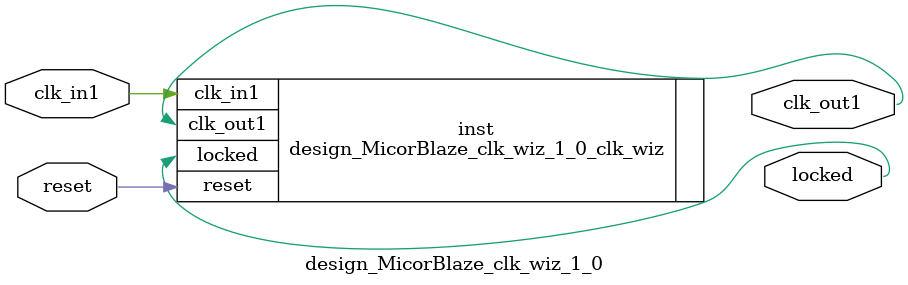
<source format=v>


`timescale 1ps/1ps

(* CORE_GENERATION_INFO = "design_MicorBlaze_clk_wiz_1_0,clk_wiz_v6_0_5_0_0,{component_name=design_MicorBlaze_clk_wiz_1_0,use_phase_alignment=true,use_min_o_jitter=false,use_max_i_jitter=false,use_dyn_phase_shift=false,use_inclk_switchover=false,use_dyn_reconfig=false,enable_axi=0,feedback_source=FDBK_AUTO,PRIMITIVE=MMCM,num_out_clk=1,clkin1_period=10.000,clkin2_period=10.000,use_power_down=false,use_reset=true,use_locked=true,use_inclk_stopped=false,feedback_type=SINGLE,CLOCK_MGR_TYPE=NA,manual_override=false}" *)

module design_MicorBlaze_clk_wiz_1_0 
 (
  // Clock out ports
  output        clk_out1,
  // Status and control signals
  input         reset,
  output        locked,
 // Clock in ports
  input         clk_in1
 );

  design_MicorBlaze_clk_wiz_1_0_clk_wiz inst
  (
  // Clock out ports  
  .clk_out1(clk_out1),
  // Status and control signals               
  .reset(reset), 
  .locked(locked),
 // Clock in ports
  .clk_in1(clk_in1)
  );

endmodule

</source>
